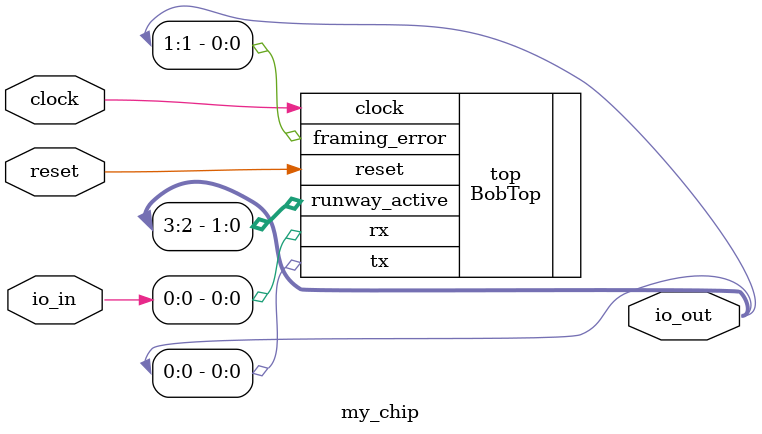
<source format=sv>
`default_nettype none

module my_chip (
    input logic [11:0] io_in, // Inputs to your chip
    output logic [11:0] io_out, // Outputs from your chip
    input logic clock,
    input logic reset // Important: Reset is ACTIVE-HIGH
);
    
  BobTop top(
    .clock(clock),
    .reset(reset),
    .rx(io_in[0]),
    .tx(io_out[0]),
    .framing_error(io_out[1]),
    .runway_active(io_out[3:2])
  );

endmodule

</source>
